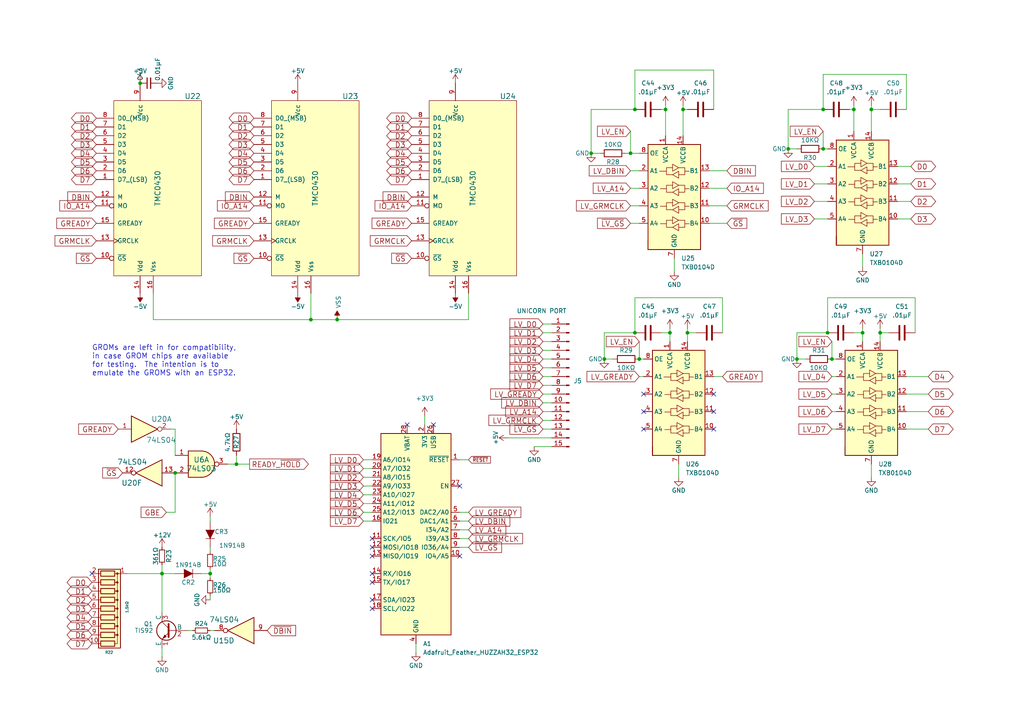
<source format=kicad_sch>
(kicad_sch (version 20211123) (generator eeschema)
  (paper "A4")
  (title_block (title "TI-99/22") (date "2022-06-23") (rev "0.75") (company "Dan Werner - https://github.com/danwerner21/ti99_22") (comment 1 "GROM with Logic") (comment 3 "was based on the HackMac KiCAD Design") (comment 4 "Based Robert Krenicki's design which") (comment 5 "Original - https://github.com/rkrenicki/TI99-Motherboard"))
  (junction (at 247.65 31.75))
  (junction (at 175.26 104.14))
  (junction (at 40.64 24.13))
  (junction (at 60.96 166.37))
  (junction (at 90.17 92.71))
  (junction (at 240.03 96.52))
  (junction (at 250.19 96.52))
  (junction (at 184.15 31.75))
  (junction (at 228.6 43.18))
  (junction (at 194.31 96.52))
  (junction (at 231.14 104.14))
  (junction (at 255.27 96.52))
  (junction (at 199.39 96.52))
  (junction (at 171.45 44.45))
  (junction (at 185.42 104.14))
  (junction (at 198.12 31.75))
  (junction (at 46.99 166.37))
  (junction (at 193.04 31.75))
  (junction (at 97.79 92.71))
  (junction (at 238.76 43.18))
  (junction (at 252.73 31.75))
  (junction (at 182.88 44.45))
  (junction (at 68.58 134.62))
  (junction (at 241.3 104.14))
  (junction (at 50.8 137.16))
  (junction (at 184.15 96.52))
  (junction (at 238.76 31.75))
  (no_connect (at 107.95 168.91))
  (no_connect (at 107.95 176.53))
  (no_connect (at 107.95 173.99))
  (no_connect (at 107.95 158.75))
  (no_connect (at 107.95 166.37))
  (no_connect (at 107.95 161.29))
  (no_connect (at 107.95 156.21))
  (no_connect (at 133.35 161.29))
  (no_connect (at 186.69 114.3))
  (no_connect (at 207.01 114.3))
  (no_connect (at 207.01 119.38))
  (no_connect (at 186.69 119.38))
  (no_connect (at 207.01 124.46))
  (no_connect (at 186.69 124.46))
  (no_connect (at 26.67 166.37))
  (no_connect (at 133.35 140.97))
  (no_connect (at 118.11 123.19))
  (no_connect (at 125.73 123.19))
  (wire (pts (xy 228.6 43.18) (xy 231.14 43.18)))
  (wire (pts (xy 68.58 134.62) (xy 72.39 134.62)))
  (wire (pts (xy 60.96 172.72) (xy 60.96 173.99)))
  (wire (pts (xy 260.35 63.5) (xy 264.16 63.5)))
  (wire (pts (xy 252.73 134.62) (xy 252.73 138.43)))
  (wire (pts (xy 236.22 48.26) (xy 240.03 48.26)))
  (wire (pts (xy 157.48 109.22) (xy 160.02 109.22)))
  (wire (pts (xy 66.04 134.62) (xy 68.58 134.62)))
  (wire (pts (xy 157.48 114.3) (xy 160.02 114.3)))
  (wire (pts (xy 252.73 30.48) (xy 252.73 31.75)))
  (wire (pts (xy 157.48 99.06) (xy 160.02 99.06)))
  (wire (pts (xy 205.74 64.77) (xy 210.82 64.77)))
  (wire (pts (xy 97.79 92.71) (xy 135.89 92.71)))
  (wire (pts (xy 157.48 104.14) (xy 160.02 104.14)))
  (wire (pts (xy 58.42 166.37) (xy 60.96 166.37)))
  (wire (pts (xy 247.65 30.48) (xy 247.65 31.75)))
  (wire (pts (xy 185.42 104.14) (xy 186.69 104.14)))
  (wire (pts (xy 246.38 31.75) (xy 247.65 31.75)))
  (wire (pts (xy 260.35 58.42) (xy 264.16 58.42)))
  (wire (pts (xy 157.48 111.76) (xy 160.02 111.76)))
  (wire (pts (xy 184.15 86.36) (xy 184.15 96.52)))
  (wire (pts (xy 120.65 186.69) (xy 120.65 189.23)))
  (wire (pts (xy 182.88 49.53) (xy 185.42 49.53)))
  (wire (pts (xy 250.19 96.52) (xy 250.19 99.06)))
  (wire (pts (xy 157.48 96.52) (xy 160.02 96.52)))
  (wire (pts (xy 193.04 31.75) (xy 193.04 39.37)))
  (wire (pts (xy 157.48 124.46) (xy 160.02 124.46)))
  (wire (pts (xy 60.96 166.37) (xy 60.96 167.64)))
  (wire (pts (xy 250.19 95.25) (xy 250.19 96.52)))
  (wire (pts (xy 238.76 21.59) (xy 238.76 31.75)))
  (wire (pts (xy 105.41 143.51) (xy 107.95 143.51)))
  (wire (pts (xy 135.89 148.59) (xy 133.35 148.59)))
  (wire (pts (xy 105.41 140.97) (xy 107.95 140.97)))
  (wire (pts (xy 207.01 20.32) (xy 184.15 20.32)))
  (wire (pts (xy 171.45 31.75) (xy 171.45 44.45)))
  (wire (pts (xy 46.99 166.37) (xy 50.8 166.37)))
  (wire (pts (xy 105.41 138.43) (xy 107.95 138.43)))
  (wire (pts (xy 238.76 31.75) (xy 228.6 31.75)))
  (wire (pts (xy 247.65 31.75) (xy 247.65 38.1)))
  (wire (pts (xy 262.89 114.3) (xy 269.24 114.3)))
  (wire (pts (xy 191.77 31.75) (xy 193.04 31.75)))
  (wire (pts (xy 60.96 149.86) (xy 60.96 151.13)))
  (wire (pts (xy 194.31 96.52) (xy 194.31 99.06)))
  (wire (pts (xy 240.03 86.36) (xy 240.03 96.52)))
  (wire (pts (xy 105.41 133.35) (xy 107.95 133.35)))
  (wire (pts (xy 175.26 104.14) (xy 177.8 104.14)))
  (wire (pts (xy 231.14 96.52) (xy 231.14 104.14)))
  (wire (pts (xy 123.19 120.65) (xy 123.19 123.19)))
  (wire (pts (xy 135.89 151.13) (xy 133.35 151.13)))
  (wire (pts (xy 255.27 96.52) (xy 255.27 99.06)))
  (wire (pts (xy 157.48 119.38) (xy 160.02 119.38)))
  (wire (pts (xy 193.04 30.48) (xy 193.04 31.75)))
  (wire (pts (xy 185.42 109.22) (xy 186.69 109.22)))
  (wire (pts (xy 135.89 158.75) (xy 133.35 158.75)))
  (wire (pts (xy 54.61 182.88) (xy 55.88 182.88)))
  (wire (pts (xy 147.32 127) (xy 160.02 127)))
  (wire (pts (xy 205.74 49.53) (xy 210.82 49.53)))
  (wire (pts (xy 182.88 38.1) (xy 182.88 44.45)))
  (wire (pts (xy 236.22 63.5) (xy 240.03 63.5)))
  (wire (pts (xy 195.58 74.93) (xy 195.58 78.74)))
  (wire (pts (xy 36.83 166.37) (xy 46.99 166.37)))
  (wire (pts (xy 50.8 148.59) (xy 48.26 148.59)))
  (wire (pts (xy 252.73 31.75) (xy 255.27 31.75)))
  (wire (pts (xy 205.74 54.61) (xy 210.82 54.61)))
  (wire (pts (xy 241.3 114.3) (xy 242.57 114.3)))
  (wire (pts (xy 49.53 124.46) (xy 50.8 124.46)))
  (wire (pts (xy 105.41 135.89) (xy 107.95 135.89)))
  (wire (pts (xy 236.22 53.34) (xy 240.03 53.34)))
  (wire (pts (xy 209.55 96.52) (xy 209.55 86.36)))
  (wire (pts (xy 105.41 148.59) (xy 107.95 148.59)))
  (wire (pts (xy 250.19 73.66) (xy 250.19 77.47)))
  (wire (pts (xy 175.26 96.52) (xy 175.26 104.14)))
  (wire (pts (xy 265.43 96.52) (xy 265.43 86.36)))
  (wire (pts (xy 262.89 119.38) (xy 269.24 119.38)))
  (wire (pts (xy 241.3 109.22) (xy 242.57 109.22)))
  (wire (pts (xy 255.27 96.52) (xy 257.81 96.52)))
  (wire (pts (xy 198.12 30.48) (xy 198.12 31.75)))
  (wire (pts (xy 181.61 44.45) (xy 182.88 44.45)))
  (wire (pts (xy 50.8 137.16) (xy 50.8 148.59)))
  (wire (pts (xy 46.99 187.96) (xy 46.99 190.5)))
  (wire (pts (xy 46.99 166.37) (xy 46.99 177.8)))
  (wire (pts (xy 198.12 31.75) (xy 198.12 39.37)))
  (wire (pts (xy 265.43 86.36) (xy 240.03 86.36)))
  (wire (pts (xy 209.55 86.36) (xy 184.15 86.36)))
  (wire (pts (xy 184.15 96.52) (xy 175.26 96.52)))
  (wire (pts (xy 185.42 99.06) (xy 185.42 104.14)))
  (wire (pts (xy 241.3 104.14) (xy 242.57 104.14)))
  (wire (pts (xy 238.76 38.1) (xy 238.76 43.18)))
  (wire (pts (xy 182.88 44.45) (xy 185.42 44.45)))
  (wire (pts (xy 255.27 95.25) (xy 255.27 96.52)))
  (wire (pts (xy 182.88 54.61) (xy 185.42 54.61)))
  (wire (pts (xy 240.03 96.52) (xy 231.14 96.52)))
  (wire (pts (xy 199.39 96.52) (xy 199.39 99.06)))
  (wire (pts (xy 171.45 44.45) (xy 173.99 44.45)))
  (wire (pts (xy 205.74 59.69) (xy 210.82 59.69)))
  (wire (pts (xy 90.17 92.71) (xy 97.79 92.71)))
  (wire (pts (xy 238.76 43.18) (xy 240.03 43.18)))
  (wire (pts (xy 157.48 106.68) (xy 160.02 106.68)))
  (wire (pts (xy 44.45 85.09) (xy 44.45 92.71)))
  (wire (pts (xy 154.94 129.54) (xy 160.02 129.54)))
  (wire (pts (xy 260.35 53.34) (xy 264.16 53.34)))
  (wire (pts (xy 262.89 21.59) (xy 238.76 21.59)))
  (wire (pts (xy 262.89 31.75) (xy 262.89 21.59)))
  (wire (pts (xy 157.48 121.92) (xy 160.02 121.92)))
  (wire (pts (xy 157.48 101.6) (xy 160.02 101.6)))
  (wire (pts (xy 241.3 124.46) (xy 242.57 124.46)))
  (wire (pts (xy 196.85 134.62) (xy 196.85 138.43)))
  (wire (pts (xy 46.99 163.83) (xy 46.99 166.37)))
  (wire (pts (xy 262.89 124.46) (xy 269.24 124.46)))
  (wire (pts (xy 207.01 109.22) (xy 209.55 109.22)))
  (wire (pts (xy 68.58 132.08) (xy 68.58 134.62)))
  (wire (pts (xy 133.35 133.35) (xy 135.89 133.35)))
  (wire (pts (xy 157.48 93.98) (xy 160.02 93.98)))
  (wire (pts (xy 182.88 64.77) (xy 185.42 64.77)))
  (wire (pts (xy 199.39 95.25) (xy 199.39 96.52)))
  (wire (pts (xy 198.12 31.75) (xy 199.39 31.75)))
  (wire (pts (xy 60.96 182.88) (xy 62.23 182.88)))
  (wire (pts (xy 135.89 85.09) (xy 135.89 92.71)))
  (wire (pts (xy 236.22 58.42) (xy 240.03 58.42)))
  (wire (pts (xy 207.01 31.75) (xy 207.01 20.32)))
  (wire (pts (xy 260.35 48.26) (xy 264.16 48.26)))
  (wire (pts (xy 44.45 92.71) (xy 90.17 92.71)))
  (wire (pts (xy 135.89 153.67) (xy 133.35 153.67)))
  (wire (pts (xy 90.17 85.09) (xy 90.17 92.71)))
  (wire (pts (xy 241.3 119.38) (xy 242.57 119.38)))
  (wire (pts (xy 231.14 104.14) (xy 233.68 104.14)))
  (wire (pts (xy 252.73 31.75) (xy 252.73 38.1)))
  (wire (pts (xy 105.41 146.05) (xy 107.95 146.05)))
  (wire (pts (xy 135.89 156.21) (xy 133.35 156.21)))
  (wire (pts (xy 50.8 124.46) (xy 50.8 132.08)))
  (wire (pts (xy 194.31 95.25) (xy 194.31 96.52)))
  (wire (pts (xy 60.96 158.75) (xy 60.96 160.02)))
  (wire (pts (xy 199.39 96.52) (xy 201.93 96.52)))
  (wire (pts (xy 184.15 31.75) (xy 171.45 31.75)))
  (wire (pts (xy 228.6 31.75) (xy 228.6 43.18)))
  (wire (pts (xy 157.48 116.84) (xy 160.02 116.84)))
  (wire (pts (xy 105.41 151.13) (xy 107.95 151.13)))
  (wire (pts (xy 262.89 109.22) (xy 269.24 109.22)))
  (wire (pts (xy 241.3 99.06) (xy 241.3 104.14)))
  (wire (pts (xy 184.15 20.32) (xy 184.15 31.75)))
  (wire (pts (xy 247.65 96.52) (xy 250.19 96.52)))
  (wire (pts (xy 60.96 165.1) (xy 60.96 166.37)))
  (wire (pts (xy 191.77 96.52) (xy 194.31 96.52)))
  (wire (pts (xy 182.88 59.69) (xy 185.42 59.69)))
  (text "GROMs are left in for compatibility, \nin case GROM chips are available\nfor testing.  The intention is to\nemulate the GROMS with an ESP32.\n" (at 26.67 109.22 0) (effects (font (size 1.524 1.524)) (justify left bottom)))
  (global_label "D5" (shape bidirectional) (at 26.67 181.61 180) (effects (font (size 1.524 1.524))) (property "Intersheet References" "${INTERSHEET_REFS}" (effects hide)))
  (global_label "LV_D6" (shape input) (at 157.48 109.22 180) (effects (font (size 1.524 1.524))) (property "Intersheet References" "${INTERSHEET_REFS}" (effects hide)))
  (global_label "D5" (shape bidirectional) (at 119.38 46.99 180) (effects (font (size 1.524 1.524))) (property "Intersheet References" "${INTERSHEET_REFS}" (effects hide)))
  (global_label "LV_EN" (shape input) (at 238.76 38.1 180) (effects (font (size 1.524 1.524))) (property "Intersheet References" "${INTERSHEET_REFS}" (effects hide)))
  (global_label "LV_EN" (shape input) (at 182.88 38.1 180) (effects (font (size 1.524 1.524))) (property "Intersheet References" "${INTERSHEET_REFS}" (effects hide)))
  (global_label "D2" (shape bidirectional) (at 27.94 39.37 180) (effects (font (size 1.524 1.524))) (property "Intersheet References" "${INTERSHEET_REFS}" (effects hide)))
  (global_label "D0" (shape bidirectional) (at 264.16 48.26 0) (effects (font (size 1.524 1.524))) (property "Intersheet References" "${INTERSHEET_REFS}" (effects hide)))
  (global_label "LV_D7" (shape input) (at 105.41 151.13 180) (effects (font (size 1.524 1.524))) (property "Intersheet References" "${INTERSHEET_REFS}" (effects hide)))
  (global_label "LV_EN" (shape input) (at 241.3 99.06 180) (effects (font (size 1.524 1.524))) (property "Intersheet References" "${INTERSHEET_REFS}" (effects hide)))
  (global_label "LV_D0" (shape input) (at 157.48 93.98 180) (effects (font (size 1.524 1.524))) (property "Intersheet References" "${INTERSHEET_REFS}" (effects hide)))
  (global_label "D2" (shape bidirectional) (at 26.67 173.99 180) (effects (font (size 1.524 1.524))) (property "Intersheet References" "${INTERSHEET_REFS}" (effects hide)))
  (global_label "LV_D4" (shape input) (at 105.41 143.51 180) (effects (font (size 1.524 1.524))) (property "Intersheet References" "${INTERSHEET_REFS}" (effects hide)))
  (global_label "D0" (shape bidirectional) (at 73.66 34.29 180) (effects (font (size 1.524 1.524))) (property "Intersheet References" "${INTERSHEET_REFS}" (effects hide)))
  (global_label "~{DBIN}" (shape input) (at 77.47 182.88 0) (effects (font (size 1.524 1.524))) (property "Intersheet References" "${INTERSHEET_REFS}" (effects hide)))
  (global_label "LV_D6" (shape input) (at 105.41 148.59 180) (effects (font (size 1.524 1.524))) (property "Intersheet References" "${INTERSHEET_REFS}" (effects hide)))
  (global_label "LV_D5" (shape input) (at 157.48 106.68 180) (effects (font (size 1.524 1.524))) (property "Intersheet References" "${INTERSHEET_REFS}" (effects hide)))
  (global_label "IO_A14" (shape input) (at 119.38 59.69 180) (effects (font (size 1.524 1.524))) (property "Intersheet References" "${INTERSHEET_REFS}" (effects hide)))
  (global_label "D4" (shape bidirectional) (at 27.94 44.45 180) (effects (font (size 1.524 1.524))) (property "Intersheet References" "${INTERSHEET_REFS}" (effects hide)))
  (global_label "D4" (shape bidirectional) (at 73.66 44.45 180) (effects (font (size 1.524 1.524))) (property "Intersheet References" "${INTERSHEET_REFS}" (effects hide)))
  (global_label "LV_D3" (shape input) (at 157.48 101.6 180) (effects (font (size 1.524 1.524))) (property "Intersheet References" "${INTERSHEET_REFS}" (effects hide)))
  (global_label "D1" (shape bidirectional) (at 26.67 171.45 180) (effects (font (size 1.524 1.524))) (property "Intersheet References" "${INTERSHEET_REFS}" (effects hide)))
  (global_label "LV_EN" (shape input) (at 185.42 99.06 180) (effects (font (size 1.524 1.524))) (property "Intersheet References" "${INTERSHEET_REFS}" (effects hide)))
  (global_label "D6" (shape bidirectional) (at 269.24 119.38 0) (effects (font (size 1.524 1.524))) (property "Intersheet References" "${INTERSHEET_REFS}" (effects hide)))
  (global_label "GREADY" (shape input) (at 119.38 64.77 180) (effects (font (size 1.524 1.524))) (property "Intersheet References" "${INTERSHEET_REFS}" (effects hide)))
  (global_label "LV_D5" (shape input) (at 241.3 114.3 180) (effects (font (size 1.524 1.524))) (property "Intersheet References" "${INTERSHEET_REFS}" (effects hide)))
  (global_label "LV_D2" (shape input) (at 236.22 58.42 180) (effects (font (size 1.524 1.524))) (property "Intersheet References" "${INTERSHEET_REFS}" (effects hide)))
  (global_label "D2" (shape bidirectional) (at 119.38 39.37 180) (effects (font (size 1.524 1.524))) (property "Intersheet References" "${INTERSHEET_REFS}" (effects hide)))
  (global_label "~{GS}" (shape input) (at 27.94 74.93 180) (effects (font (size 1.4986 1.4986))) (property "Intersheet References" "${INTERSHEET_REFS}" (effects hide)))
  (global_label "~{LV_GS}" (shape input) (at 157.48 124.46 180) (effects (font (size 1.524 1.524))) (property "Intersheet References" "${INTERSHEET_REFS}" (effects hide)))
  (global_label "D1" (shape bidirectional) (at 27.94 36.83 180) (effects (font (size 1.524 1.524))) (property "Intersheet References" "${INTERSHEET_REFS}" (effects hide)))
  (global_label "D5" (shape bidirectional) (at 27.94 46.99 180) (effects (font (size 1.524 1.524))) (property "Intersheet References" "${INTERSHEET_REFS}" (effects hide)))
  (global_label "LV_D6" (shape input) (at 241.3 119.38 180) (effects (font (size 1.524 1.524))) (property "Intersheet References" "${INTERSHEET_REFS}" (effects hide)))
  (global_label "D7" (shape bidirectional) (at 27.94 52.07 180) (effects (font (size 1.524 1.524))) (property "Intersheet References" "${INTERSHEET_REFS}" (effects hide)))
  (global_label "D4" (shape bidirectional) (at 119.38 44.45 180) (effects (font (size 1.524 1.524))) (property "Intersheet References" "${INTERSHEET_REFS}" (effects hide)))
  (global_label "D7" (shape bidirectional) (at 269.24 124.46 0) (effects (font (size 1.524 1.524))) (property "Intersheet References" "${INTERSHEET_REFS}" (effects hide)))
  (global_label "DBIN" (shape input) (at 27.94 57.15 180) (effects (font (size 1.524 1.524))) (property "Intersheet References" "${INTERSHEET_REFS}" (effects hide)))
  (global_label "D1" (shape bidirectional) (at 73.66 36.83 180) (effects (font (size 1.524 1.524))) (property "Intersheet References" "${INTERSHEET_REFS}" (effects hide)))
  (global_label "D3" (shape bidirectional) (at 26.67 176.53 180) (effects (font (size 1.524 1.524))) (property "Intersheet References" "${INTERSHEET_REFS}" (effects hide)))
  (global_label "LV_GRMCLK" (shape input) (at 157.48 121.92 180) (effects (font (size 1.524 1.524))) (property "Intersheet References" "${INTERSHEET_REFS}" (effects hide)))
  (global_label "IO_A14" (shape input) (at 27.94 59.69 180) (effects (font (size 1.524 1.524))) (property "Intersheet References" "${INTERSHEET_REFS}" (effects hide)))
  (global_label "LV_D2" (shape input) (at 105.41 138.43 180) (effects (font (size 1.524 1.524))) (property "Intersheet References" "${INTERSHEET_REFS}" (effects hide)))
  (global_label "IO_A14" (shape input) (at 210.82 54.61 0) (effects (font (size 1.524 1.524))) (property "Intersheet References" "${INTERSHEET_REFS}" (effects hide)))
  (global_label "D6" (shape bidirectional) (at 73.66 49.53 180) (effects (font (size 1.524 1.524))) (property "Intersheet References" "${INTERSHEET_REFS}" (effects hide)))
  (global_label "LV_DBIN" (shape input) (at 135.89 151.13 0) (effects (font (size 1.524 1.524))) (property "Intersheet References" "${INTERSHEET_REFS}" (effects hide)))
  (global_label "D7" (shape bidirectional) (at 26.67 186.69 180) (effects (font (size 1.524 1.524))) (property "Intersheet References" "${INTERSHEET_REFS}" (effects hide)))
  (global_label "GREADY" (shape input) (at 27.94 64.77 180) (effects (font (size 1.524 1.524))) (property "Intersheet References" "${INTERSHEET_REFS}" (effects hide)))
  (global_label "D1" (shape bidirectional) (at 264.16 53.34 0) (effects (font (size 1.524 1.524))) (property "Intersheet References" "${INTERSHEET_REFS}" (effects hide)))
  (global_label "LV_D3" (shape input) (at 105.41 140.97 180) (effects (font (size 1.524 1.524))) (property "Intersheet References" "${INTERSHEET_REFS}" (effects hide)))
  (global_label "~{GS}" (shape input) (at 210.82 64.77 0) (effects (font (size 1.4986 1.4986))) (property "Intersheet References" "${INTERSHEET_REFS}" (effects hide)))
  (global_label "LV_D1" (shape input) (at 236.22 53.34 180) (effects (font (size 1.524 1.524))) (property "Intersheet References" "${INTERSHEET_REFS}" (effects hide)))
  (global_label "LV_D1" (shape input) (at 157.48 96.52 180) (effects (font (size 1.524 1.524))) (property "Intersheet References" "${INTERSHEET_REFS}" (effects hide)))
  (global_label "~{RESET}" (shape input) (at 135.89 133.35 0) (effects (font (size 0.9906 0.9906))) (property "Intersheet References" "${INTERSHEET_REFS}" (effects hide)))
  (global_label "D6" (shape bidirectional) (at 26.67 184.15 180) (effects (font (size 1.524 1.524))) (property "Intersheet References" "${INTERSHEET_REFS}" (effects hide)))
  (global_label "DBIN" (shape input) (at 73.66 57.15 180) (effects (font (size 1.524 1.524))) (property "Intersheet References" "${INTERSHEET_REFS}" (effects hide)))
  (global_label "~{GS}" (shape input) (at 73.66 74.93 180) (effects (font (size 1.4986 1.4986))) (property "Intersheet References" "${INTERSHEET_REFS}" (effects hide)))
  (global_label "GBE" (shape input) (at 48.26 148.59 180) (effects (font (size 1.524 1.524))) (property "Intersheet References" "${INTERSHEET_REFS}" (effects hide)))
  (global_label "GRMCLK" (shape input) (at 119.38 69.85 180) (effects (font (size 1.524 1.524))) (property "Intersheet References" "${INTERSHEET_REFS}" (effects hide)))
  (global_label "D2" (shape bidirectional) (at 73.66 39.37 180) (effects (font (size 1.524 1.524))) (property "Intersheet References" "${INTERSHEET_REFS}" (effects hide)))
  (global_label "DBIN" (shape input) (at 210.82 49.53 0) (effects (font (size 1.524 1.524))) (property "Intersheet References" "${INTERSHEET_REFS}" (effects hide)))
  (global_label "D4" (shape bidirectional) (at 26.67 179.07 180) (effects (font (size 1.524 1.524))) (property "Intersheet References" "${INTERSHEET_REFS}" (effects hide)))
  (global_label "D5" (shape bidirectional) (at 73.66 46.99 180) (effects (font (size 1.524 1.524))) (property "Intersheet References" "${INTERSHEET_REFS}" (effects hide)))
  (global_label "D3" (shape bidirectional) (at 119.38 41.91 180) (effects (font (size 1.524 1.524))) (property "Intersheet References" "${INTERSHEET_REFS}" (effects hide)))
  (global_label "LV_D7" (shape input) (at 241.3 124.46 180) (effects (font (size 1.524 1.524))) (property "Intersheet References" "${INTERSHEET_REFS}" (effects hide)))
  (global_label "LV_GRMCLK" (shape input) (at 182.88 59.69 180) (effects (font (size 1.524 1.524))) (property "Intersheet References" "${INTERSHEET_REFS}" (effects hide)))
  (global_label "GREADY" (shape input) (at 34.29 124.46 180) (effects (font (size 1.524 1.524))) (property "Intersheet References" "${INTERSHEET_REFS}" (effects hide)))
  (global_label "D6" (shape bidirectional) (at 119.38 49.53 180) (effects (font (size 1.524 1.524))) (property "Intersheet References" "${INTERSHEET_REFS}" (effects hide)))
  (global_label "LV_A14" (shape input) (at 135.89 153.67 0) (effects (font (size 1.524 1.524))) (property "Intersheet References" "${INTERSHEET_REFS}" (effects hide)))
  (global_label "D5" (shape bidirectional) (at 269.24 114.3 0) (effects (font (size 1.524 1.524))) (property "Intersheet References" "${INTERSHEET_REFS}" (effects hide)))
  (global_label "DBIN" (shape input) (at 119.38 57.15 180) (effects (font (size 1.524 1.524))) (property "Intersheet References" "${INTERSHEET_REFS}" (effects hide)))
  (global_label "LV_D0" (shape input) (at 236.22 48.26 180) (effects (font (size 1.524 1.524))) (property "Intersheet References" "${INTERSHEET_REFS}" (effects hide)))
  (global_label "LV_GREADY" (shape input) (at 185.42 109.22 180) (effects (font (size 1.524 1.524))) (property "Intersheet References" "${INTERSHEET_REFS}" (effects hide)))
  (global_label "LV_D0" (shape input) (at 105.41 133.35 180) (effects (font (size 1.524 1.524))) (property "Intersheet References" "${INTERSHEET_REFS}" (effects hide)))
  (global_label "LV_D5" (shape input) (at 105.41 146.05 180) (effects (font (size 1.524 1.524))) (property "Intersheet References" "${INTERSHEET_REFS}" (effects hide)))
  (global_label "GREADY" (shape input) (at 209.55 109.22 0) (effects (font (size 1.524 1.524))) (property "Intersheet References" "${INTERSHEET_REFS}" (effects hide)))
  (global_label "D6" (shape bidirectional) (at 27.94 49.53 180) (effects (font (size 1.524 1.524))) (property "Intersheet References" "${INTERSHEET_REFS}" (effects hide)))
  (global_label "~{GS}" (shape input) (at 119.38 74.93 180) (effects (font (size 1.4986 1.4986))) (property "Intersheet References" "${INTERSHEET_REFS}" (effects hide)))
  (global_label "GRMCLK" (shape input) (at 73.66 69.85 180) (effects (font (size 1.524 1.524))) (property "Intersheet References" "${INTERSHEET_REFS}" (effects hide)))
  (global_label "~{GS}" (shape input) (at 35.56 137.16 180) (effects (font (size 1.4986 1.4986))) (property "Intersheet References" "${INTERSHEET_REFS}" (effects hide)))
  (global_label "D1" (shape bidirectional) (at 119.38 36.83 180) (effects (font (size 1.524 1.524))) (property "Intersheet References" "${INTERSHEET_REFS}" (effects hide)))
  (global_label "LV_D2" (shape input) (at 157.48 99.06 180) (effects (font (size 1.524 1.524))) (property "Intersheet References" "${INTERSHEET_REFS}" (effects hide)))
  (global_label "GRMCLK" (shape input) (at 27.94 69.85 180) (effects (font (size 1.524 1.524))) (property "Intersheet References" "${INTERSHEET_REFS}" (effects hide)))
  (global_label "D4" (shape bidirectional) (at 269.24 109.22 0) (effects (font (size 1.524 1.524))) (property "Intersheet References" "${INTERSHEET_REFS}" (effects hide)))
  (global_label "~{LV_GS}" (shape input) (at 182.88 64.77 180) (effects (font (size 1.524 1.524))) (property "Intersheet References" "${INTERSHEET_REFS}" (effects hide)))
  (global_label "LV_DBIN" (shape input) (at 182.88 49.53 180) (effects (font (size 1.524 1.524))) (property "Intersheet References" "${INTERSHEET_REFS}" (effects hide)))
  (global_label "READY_~{HOLD}" (shape output) (at 72.39 134.62 0) (effects (font (size 1.524 1.524))) (property "Intersheet References" "${INTERSHEET_REFS}" (effects hide)))
  (global_label "GREADY" (shape input) (at 73.66 64.77 180) (effects (font (size 1.524 1.524))) (property "Intersheet References" "${INTERSHEET_REFS}" (effects hide)))
  (global_label "LV_A14" (shape input) (at 182.88 54.61 180) (effects (font (size 1.524 1.524))) (property "Intersheet References" "${INTERSHEET_REFS}" (effects hide)))
  (global_label "D3" (shape bidirectional) (at 264.16 63.5 0) (effects (font (size 1.524 1.524))) (property "Intersheet References" "${INTERSHEET_REFS}" (effects hide)))
  (global_label "LV_DBIN" (shape input) (at 157.48 116.84 180) (effects (font (size 1.524 1.524))) (property "Intersheet References" "${INTERSHEET_REFS}" (effects hide)))
  (global_label "D3" (shape bidirectional) (at 27.94 41.91 180) (effects (font (size 1.524 1.524))) (property "Intersheet References" "${INTERSHEET_REFS}" (effects hide)))
  (global_label "LV_GRMCLK" (shape input) (at 135.89 156.21 0) (effects (font (size 1.524 1.524))) (property "Intersheet References" "${INTERSHEET_REFS}" (effects hide)))
  (global_label "~{LV_GS}" (shape input) (at 135.89 158.75 0) (effects (font (size 1.524 1.524))) (property "Intersheet References" "${INTERSHEET_REFS}" (effects hide)))
  (global_label "LV_D4" (shape input) (at 157.48 104.14 180) (effects (font (size 1.524 1.524))) (property "Intersheet References" "${INTERSHEET_REFS}" (effects hide)))
  (global_label "IO_A14" (shape input) (at 73.66 59.69 180) (effects (font (size 1.524 1.524))) (property "Intersheet References" "${INTERSHEET_REFS}" (effects hide)))
  (global_label "LV_GREADY" (shape input) (at 135.89 148.59 0) (effects (font (size 1.524 1.524))) (property "Intersheet References" "${INTERSHEET_REFS}" (effects hide)))
  (global_label "D0" (shape bidirectional) (at 26.67 168.91 180) (effects (font (size 1.524 1.524))) (property "Intersheet References" "${INTERSHEET_REFS}" (effects hide)))
  (global_label "LV_D4" (shape input) (at 241.3 109.22 180) (effects (font (size 1.524 1.524))) (property "Intersheet References" "${INTERSHEET_REFS}" (effects hide)))
  (global_label "LV_D3" (shape input) (at 236.22 63.5 180) (effects (font (size 1.524 1.524))) (property "Intersheet References" "${INTERSHEET_REFS}" (effects hide)))
  (global_label "D7" (shape bidirectional) (at 119.38 52.07 180) (effects (font (size 1.524 1.524))) (property "Intersheet References" "${INTERSHEET_REFS}" (effects hide)))
  (global_label "GRMCLK" (shape input) (at 210.82 59.69 0) (effects (font (size 1.524 1.524))) (property "Intersheet References" "${INTERSHEET_REFS}" (effects hide)))
  (global_label "D2" (shape bidirectional) (at 264.16 58.42 0) (effects (font (size 1.524 1.524))) (property "Intersheet References" "${INTERSHEET_REFS}" (effects hide)))
  (global_label "D7" (shape bidirectional) (at 73.66 52.07 180) (effects (font (size 1.524 1.524))) (property "Intersheet References" "${INTERSHEET_REFS}" (effects hide)))
  (global_label "D0" (shape bidirectional) (at 27.94 34.29 180) (effects (font (size 1.524 1.524))) (property "Intersheet References" "${INTERSHEET_REFS}" (effects hide)))
  (global_label "LV_D7" (shape input) (at 157.48 111.76 180) (effects (font (size 1.524 1.524))) (property "Intersheet References" "${INTERSHEET_REFS}" (effects hide)))
  (global_label "LV_D1" (shape input) (at 105.41 135.89 180) (effects (font (size 1.524 1.524))) (property "Intersheet References" "${INTERSHEET_REFS}" (effects hide)))
  (global_label "LV_A14" (shape input) (at 157.48 119.38 180) (effects (font (size 1.524 1.524))) (property "Intersheet References" "${INTERSHEET_REFS}" (effects hide)))
  (global_label "D3" (shape bidirectional) (at 73.66 41.91 180) (effects (font (size 1.524 1.524))) (property "Intersheet References" "${INTERSHEET_REFS}" (effects hide)))
  (global_label "LV_GREADY" (shape input) (at 157.48 114.3 180) (effects (font (size 1.524 1.524))) (property "Intersheet References" "${INTERSHEET_REFS}" (effects hide)))
  (global_label "D0" (shape bidirectional) (at 119.38 34.29 180) (effects (font (size 1.524 1.524))) (property "Intersheet References" "${INTERSHEET_REFS}" (effects hide)))
  (symbol (lib_id "TI-Customs:TMC0430") (at 45.72 54.61 0) (unit 1)
    (property "Reference" "U22" (at 55.88 27.94 0) (effects (font (size 1.524 1.524))))
    (property "Value" "TMC0430" (at 45.72 54.61 90) (effects (font (size 1.524 1.524))))
    (property "Footprint" "Package_DIP:DIP-16_W7.62mm_Socket_LongPads" (effects hide))
  )
  (symbol (lib_id "TI-Customs:TMC0430") (at 91.44 54.61 0) (unit 1)
    (property "Reference" "U23" (at 101.6 27.94 0) (effects (font (size 1.524 1.524))))
    (property "Value" "TMC0430" (at 91.44 54.61 90) (effects (font (size 1.524 1.524))))
    (property "Footprint" "Package_DIP:DIP-16_W7.62mm_Socket_LongPads" (effects hide))
  )
  (symbol (lib_id "TI-Customs:TMC0430") (at 137.16 54.61 0) (unit 1)
    (property "Reference" "U24" (at 147.32 27.94 0) (effects (font (size 1.524 1.524))))
    (property "Value" "TMC0430" (at 137.16 54.61 90) (effects (font (size 1.524 1.524))))
    (property "Footprint" "Package_DIP:DIP-16_W7.62mm_Socket_LongPads" (effects hide))
  )
  (symbol (lib_id "Console-rescue:+5V") (at 40.64 24.13 0) (unit 1)
    (property "Reference" "#PWR066" (effects hide))
    (property "Value" "+5V" (at 40.64 20.574 0))
  )
  (symbol (lib_id "Console-rescue:+5V") (at 86.36 24.13 0) (unit 1)
    (property "Reference" "#PWR074" (effects hide))
    (property "Value" "+5V" (at 86.36 20.574 0))
  )
  (symbol (lib_id "Console-rescue:+5V") (at 132.08 24.13 0) (unit 1)
    (property "Reference" "#PWR079" (effects hide))
    (property "Value" "+5V" (at 132.08 20.574 0))
  )
  (symbol (lib_id "Console-rescue:-5V") (at 40.64 85.09 180) (unit 1)
    (property "Reference" "#PWR067" (effects hide))
    (property "Value" "-5V" (at 40.64 88.9 0))
  )
  (symbol (lib_id "Console-rescue:-5V") (at 86.36 85.09 180) (unit 1)
    (property "Reference" "#PWR075" (effects hide))
    (property "Value" "-5V" (at 86.36 88.9 0))
  )
  (symbol (lib_id "Console-rescue:-5V") (at 132.08 85.09 180) (unit 1)
    (property "Reference" "#PWR080" (effects hide))
    (property "Value" "-5V" (at 132.08 88.9 0))
  )
  (symbol (lib_id "TI-Customs:C_Small") (at 43.18 24.13 90) (unit 1)
    (property "Reference" "C43" (at 40.64 23.495 0) (effects (justify left)))
    (property "Value" "0.01µF" (at 45.72 23.495 0) (effects (justify left)))
    (property "Footprint" "Capacitor_THT:C_Rect_L7.0mm_W2.0mm_P5.00mm" (effects hide))
  )
  (symbol (lib_id "Console-rescue:GND") (at 45.72 24.13 90) (unit 1)
    (property "Reference" "#PWR068" (effects hide))
    (property "Value" "GND" (at 49.53 24.13 0))
  )
  (symbol (lib_id "Console-rescue:R") (at 68.58 128.27 0) (unit 1)
    (property "Reference" "R27" (at 68.58 128.27 90))
    (property "Value" "4.7kΩ" (at 66.04 128.27 90))
    (property "Footprint" "Resistor_THT:R_Axial_DIN0207_L6.3mm_D2.5mm_P7.62mm_Horizontal" (effects hide))
  )
  (symbol (lib_id "Console-rescue:+5V") (at 68.58 124.46 0) (unit 1)
    (property "Reference" "#PWR073" (effects hide))
    (property "Value" "+5V" (at 68.58 120.904 0))
  )
  (symbol (lib_id "74xx:74LS04") (at 41.91 124.46 0) (unit 1)
    (property "Reference" "U20" (at 46.863 121.539 0) (effects (font (size 1.524 1.524))))
    (property "Value" "74LS04" (at 46.736 127.635 0) (effects (font (size 1.524 1.524))))
    (property "Footprint" "Package_DIP:DIP-14_W7.62mm_Socket_LongPads" (effects hide))
  )
  (symbol (lib_id "Device:R_Network09") (at 31.75 176.53 270) (unit 1)
    (property "Reference" "R22" (at 30.48 189.23 90) (effects (font (size 0.762 0.762)) (justify left)))
    (property "Value" "1.5kΩ" (at 36.83 177.8 0) (effects (font (size 0.762 0.762)) (justify right)))
    (property "Footprint" "Resistor_THT:R_Array_SIP10" (effects hide))
  )
  (symbol (lib_id "Console-rescue:+12V") (at 46.99 158.75 0) (unit 1)
    (property "Reference" "#PWR069" (effects hide))
    (property "Value" "+12V" (at 46.99 155.194 0))
  )
  (symbol (lib_id "Console-rescue:R_Small") (at 46.99 161.29 180) (unit 1)
    (property "Reference" "R23" (at 48.26 161.29 90) (effects (justify bottom)))
    (property "Value" "361Ω" (at 44.45 161.29 90) (effects (justify bottom)))
    (property "Footprint" "Resistor_THT:R_Axial_DIN0207_L6.3mm_D2.5mm_P7.62mm_Horizontal" (effects hide))
  )
  (symbol (lib_id "Console-rescue:S8050") (at 49.53 182.88 0) (mirror y) (unit 1)
    (property "Reference" "Q1" (at 44.45 180.975 0) (effects (justify left)))
    (property "Value" "TIS92" (at 44.45 182.88 0) (effects (justify left)))
    (property "Footprint" "Package_TO_SOT_THT:TO-92_HandSolder" (effects hide))
  )
  (symbol (lib_id "74xx:74LS04") (at 69.85 182.88 180) (unit 4)
    (property "Reference" "U15" (at 64.897 185.801 0) (effects (font (size 1.524 1.524))))
    (property "Value" "74LS04" (at 65.024 179.705 0) (effects (font (size 1.524 1.524))))
    (property "Footprint" "Package_DIP:DIP-14_W7.62mm_Socket_LongPads" (effects hide))
  )
  (symbol (lib_id "Console-rescue:R_Small") (at 58.42 182.88 270) (unit 1)
    (property "Reference" "R24" (at 58.42 181.61 90) (effects (justify bottom)))
    (property "Value" "5.6kΩ" (at 58.42 184.15 90) (effects (justify top)))
    (property "Footprint" "Resistor_THT:R_Axial_DIN0207_L6.3mm_D2.5mm_P7.62mm_Horizontal" (effects hide))
  )
  (symbol (lib_id "Console-rescue:GND") (at 46.99 190.5 0) (unit 1)
    (property "Reference" "#PWR070" (effects hide))
    (property "Value" "GND" (at 46.99 194.31 0))
  )
  (symbol (lib_id "Console-rescue:D") (at 54.61 166.37 180) (unit 1)
    (property "Reference" "CR2" (at 54.61 168.91 0))
    (property "Value" "1N914B" (at 54.61 163.83 0))
    (property "Footprint" "Diode_THT:D_A-405_P7.62mm_Horizontal" (effects hide))
  )
  (symbol (lib_id "Console-rescue:R_Small") (at 60.96 170.18 0) (unit 1)
    (property "Reference" "R26" (at 61.722 169.672 0) (effects (justify left)))
    (property "Value" "150Ω" (at 61.722 171.196 0) (effects (justify left)))
    (property "Footprint" "Resistor_THT:R_Axial_DIN0207_L6.3mm_D2.5mm_P7.62mm_Horizontal" (effects hide))
  )
  (symbol (lib_id "Console-rescue:GND") (at 60.96 173.99 270) (unit 1)
    (property "Reference" "#PWR072" (effects hide))
    (property "Value" "GND" (at 57.15 173.99 0))
  )
  (symbol (lib_id "Console-rescue:R_Small") (at 60.96 162.56 0) (unit 1)
    (property "Reference" "R25" (at 61.722 162.052 0) (effects (justify left)))
    (property "Value" "10Ω" (at 61.722 163.576 0) (effects (justify left)))
    (property "Footprint" "Resistor_THT:R_Axial_DIN0207_L6.3mm_D2.5mm_P7.62mm_Horizontal" (effects hide))
  )
  (symbol (lib_id "Console-rescue:D") (at 60.96 154.94 90) (unit 1)
    (property "Reference" "CR3" (at 62.23 154.94 90) (effects (justify right top)))
    (property "Value" "1N914B" (at 63.5 157.48 90) (effects (justify right bottom)))
    (property "Footprint" "Diode_THT:D_A-405_P7.62mm_Horizontal" (effects hide))
  )
  (symbol (lib_id "Console-rescue:+5V") (at 60.96 149.86 0) (unit 1)
    (property "Reference" "#PWR071" (effects hide))
    (property "Value" "+5V" (at 60.96 146.304 0))
  )
  (symbol (lib_id "74xx:74LS04") (at 43.18 137.16 180) (unit 6)
    (property "Reference" "U20" (at 38.227 140.081 0) (effects (font (size 1.524 1.524))))
    (property "Value" "74LS04" (at 38.354 133.985 0) (effects (font (size 1.524 1.524))))
    (property "Footprint" "Package_DIP:DIP-14_W7.62mm_Socket_LongPads" (effects hide))
  )
  (symbol (lib_id "74xx:74LS03") (at 58.42 134.62 0) (unit 1)
    (property "Reference" "U6" (at 58.42 133.35 0) (effects (font (size 1.524 1.524))))
    (property "Value" "74LS03" (at 58.42 135.89 0) (effects (font (size 1.524 1.524))))
    (property "Footprint" "Package_DIP:DIP-14_W7.62mm_Socket_LongPads" (effects hide))
  )
  (symbol (lib_id "Device:C") (at 261.62 96.52 90) (unit 1)
    (property "Reference" "C51" (at 261.62 88.9 90))
    (property "Value" ".01µF" (at 261.62 91.44 90))
    (property "Footprint" "Capacitor_THT:C_Rect_L7.0mm_W2.0mm_P5.00mm" (effects hide))
  )
  (symbol (lib_id "Console-rescue:GND") (at 252.73 138.43 0) (unit 1)
    (property "Reference" "#PWR097" (effects hide))
    (property "Value" "GND" (at 252.73 142.24 0))
  )
  (symbol (lib_id "Device:C") (at 205.74 96.52 90) (unit 1)
    (property "Reference" "C47" (at 205.74 88.9 90))
    (property "Value" ".01µF" (at 205.74 91.44 90))
    (property "Footprint" "Capacitor_THT:C_Rect_L7.0mm_W2.0mm_P5.00mm" (effects hide))
  )
  (symbol (lib_id "power:+3.3V") (at 250.19 95.25 0) (unit 1)
    (property "Reference" "#PWR095" (effects hide))
    (property "Value" "+3.3V" (at 250.19 90.17 0))
  )
  (symbol (lib_id "power:+3.3V") (at 194.31 95.25 0) (unit 1)
    (property "Reference" "#PWR086" (effects hide))
    (property "Value" "+3.3V" (at 194.31 90.17 0))
  )
  (symbol (lib_id "Device:R") (at 177.8 44.45 90) (unit 1)
    (property "Reference" "R28" (at 177.8 46.99 90))
    (property "Value" "10KΩ" (at 177.8 41.91 90))
    (property "Footprint" "Resistor_THT:R_Axial_DIN0207_L6.3mm_D2.5mm_P7.62mm_Horizontal" (effects hide))
  )
  (symbol (lib_id "Console-rescue:GND") (at 175.26 104.14 0) (unit 1)
    (property "Reference" "#PWR084" (effects hide))
    (property "Value" "GND" (at 172.72 104.14 0))
  )
  (symbol (lib_id "Console-rescue:+5V") (at 147.32 127 90) (unit 1)
    (property "Reference" "#PWR081" (effects hide))
    (property "Value" "+5V" (at 143.764 127 0))
  )
  (symbol (lib_id "power:+3.3V") (at 193.04 30.48 0) (unit 1)
    (property "Reference" "#PWR085" (effects hide))
    (property "Value" "+3.3V" (at 193.04 25.4 0))
  )
  (symbol (lib_id "Console-rescue:GND") (at 250.19 77.47 0) (unit 1)
    (property "Reference" "#PWR094" (effects hide))
    (property "Value" "GND" (at 250.19 81.28 0))
  )
  (symbol (lib_id "Console-rescue:GND") (at 228.6 43.18 0) (unit 1)
    (property "Reference" "#PWR091" (effects hide))
    (property "Value" "GND" (at 226.06 43.18 0))
  )
  (symbol (lib_id "Console-rescue:+5V") (at 252.73 30.48 0) (unit 1)
    (property "Reference" "#PWR096" (effects hide))
    (property "Value" "+5V" (at 252.73 26.924 0))
  )
  (symbol (lib_id "Logic_LevelTranslator:TXB0104D") (at 195.58 57.15 0) (unit 1)
    (property "Reference" "U25" (at 197.5994 74.93 0) (effects (justify left)))
    (property "Value" "TXB0104D" (at 197.5994 77.47 0) (effects (justify left)))
    (property "Footprint" "Package_SO:SOIC-14_3.9x8.7mm_P1.27mm" (effects hide))
    (property "Datasheet" "http://www.ti.com/lit/ds/symlink/txb0104.pdf" (effects hide))
  )
  (symbol (lib_id "Device:C") (at 242.57 31.75 90) (unit 1)
    (property "Reference" "C48" (at 242.57 24.13 90))
    (property "Value" ".01µF" (at 242.57 26.67 90))
    (property "Footprint" "Capacitor_THT:C_Rect_L7.0mm_W2.0mm_P5.00mm" (effects hide))
  )
  (symbol (lib_id "Connector:Conn_01x15_Male") (at 165.1 111.76 0) (mirror y) (unit 1)
    (property "Reference" "J5" (at 166.37 110.4899 0) (effects (justify right)))
    (property "Value" "UNICORN PORT" (at 149.86 90.17 0) (effects (justify right)))
    (property "Footprint" "Connector_PinHeader_2.54mm:PinHeader_1x15_P2.54mm_Vertical" (effects hide))
  )
  (symbol (lib_id "Console-rescue:GND") (at 231.14 104.14 0) (unit 1)
    (property "Reference" "#PWR092" (effects hide))
    (property "Value" "GND" (at 228.6 104.14 0))
  )
  (symbol (lib_id "Device:C") (at 259.08 31.75 90) (unit 1)
    (property "Reference" "C50" (at 259.08 24.13 90))
    (property "Value" ".01µF" (at 259.08 26.67 90))
    (property "Footprint" "Capacitor_THT:C_Rect_L7.0mm_W2.0mm_P5.00mm" (effects hide))
  )
  (symbol (lib_id "Device:C") (at 243.84 96.52 90) (unit 1)
    (property "Reference" "C49" (at 243.84 88.9 90))
    (property "Value" ".01µF" (at 243.84 91.44 90))
    (property "Footprint" "Capacitor_THT:C_Rect_L7.0mm_W2.0mm_P5.00mm" (effects hide))
  )
  (symbol (lib_id "Device:C") (at 187.96 31.75 90) (unit 1)
    (property "Reference" "C44" (at 187.96 24.13 90))
    (property "Value" ".01µF" (at 187.96 26.67 90))
    (property "Footprint" "Capacitor_THT:C_Rect_L7.0mm_W2.0mm_P5.00mm" (effects hide))
  )
  (symbol (lib_id "Device:C") (at 203.2 31.75 90) (unit 1)
    (property "Reference" "C46" (at 203.2 24.13 90))
    (property "Value" ".01µF" (at 203.2 26.67 90))
    (property "Footprint" "Capacitor_THT:C_Rect_L7.0mm_W2.0mm_P5.00mm" (effects hide))
  )
  (symbol (lib_id "Console-rescue:+5V") (at 255.27 95.25 0) (unit 1)
    (property "Reference" "#PWR098" (effects hide))
    (property "Value" "+5V" (at 255.27 91.694 0))
  )
  (symbol (lib_id "Console-rescue:GND") (at 195.58 78.74 0) (unit 1)
    (property "Reference" "#PWR087" (effects hide))
    (property "Value" "GND" (at 195.58 82.55 0))
  )
  (symbol (lib_id "Device:R") (at 234.95 43.18 90) (unit 1)
    (property "Reference" "R30" (at 234.95 45.72 90))
    (property "Value" "10KΩ" (at 234.95 40.64 90))
    (property "Footprint" "Resistor_THT:R_Axial_DIN0207_L6.3mm_D2.5mm_P7.62mm_Horizontal" (effects hide))
  )
  (symbol (lib_id "Logic_LevelTranslator:TXB0104D") (at 252.73 116.84 0) (unit 1)
    (property "Reference" "U28" (at 254.7494 134.62 0) (effects (justify left)))
    (property "Value" "TXB0104D" (at 254.7494 137.16 0) (effects (justify left)))
    (property "Footprint" "Package_SO:SOIC-14_3.9x8.7mm_P1.27mm" (effects hide))
    (property "Datasheet" "http://www.ti.com/lit/ds/symlink/txb0104.pdf" (effects hide))
  )
  (symbol (lib_id "Console-rescue:GND") (at 154.94 129.54 0) (unit 1)
    (property "Reference" "#PWR082" (effects hide))
    (property "Value" "GND" (at 154.94 133.35 0))
  )
  (symbol (lib_id "power:+3.3V") (at 123.19 120.65 0) (unit 1)
    (property "Reference" "#PWR078" (effects hide))
    (property "Value" "+3.3V" (at 123.19 115.57 0))
  )
  (symbol (lib_id "Console-rescue:+5V") (at 199.39 95.25 0) (unit 1)
    (property "Reference" "#PWR090" (effects hide))
    (property "Value" "+5V" (at 199.39 91.694 0))
  )
  (symbol (lib_id "Device:R") (at 181.61 104.14 90) (unit 1)
    (property "Reference" "R29" (at 181.61 101.6 90))
    (property "Value" "10KΩ" (at 181.61 106.68 90))
    (property "Footprint" "Resistor_THT:R_Axial_DIN0207_L6.3mm_D2.5mm_P7.62mm_Horizontal" (effects hide))
  )
  (symbol (lib_id "Console-rescue:GND") (at 196.85 138.43 0) (unit 1)
    (property "Reference" "#PWR088" (effects hide))
    (property "Value" "GND" (at 196.85 142.24 0))
  )
  (symbol (lib_id "Device:R") (at 237.49 104.14 90) (unit 1)
    (property "Reference" "R31" (at 237.49 101.6 90))
    (property "Value" "10KΩ" (at 237.49 106.68 90))
    (property "Footprint" "Resistor_THT:R_Axial_DIN0207_L6.3mm_D2.5mm_P7.62mm_Horizontal" (effects hide))
  )
  (symbol (lib_id "Console-rescue:+5V") (at 198.12 30.48 0) (unit 1)
    (property "Reference" "#PWR089" (effects hide))
    (property "Value" "+5V" (at 198.12 26.924 0))
  )
  (symbol (lib_id "Device:C") (at 187.96 96.52 90) (unit 1)
    (property "Reference" "C45" (at 187.96 88.9 90))
    (property "Value" ".01µF" (at 187.96 91.44 90))
    (property "Footprint" "Capacitor_THT:C_Rect_L7.0mm_W2.0mm_P5.00mm" (effects hide))
  )
  (symbol (lib_id "Logic_LevelTranslator:TXB0104D") (at 196.85 116.84 0) (unit 1)
    (property "Reference" "U26" (at 198.8694 134.62 0) (effects (justify left)))
    (property "Value" "TXB0104D" (at 198.8694 137.16 0) (effects (justify left)))
    (property "Footprint" "Package_SO:SOIC-14_3.9x8.7mm_P1.27mm" (effects hide))
    (property "Datasheet" "http://www.ti.com/lit/ds/symlink/txb0104.pdf" (effects hide))
  )
  (symbol (lib_id "Logic_LevelTranslator:TXB0104D") (at 250.19 55.88 0) (unit 1)
    (property "Reference" "U27" (at 252.2094 73.66 0) (effects (justify left)))
    (property "Value" "TXB0104D" (at 252.2094 76.2 0) (effects (justify left)))
    (property "Footprint" "Package_SO:SOIC-14_3.9x8.7mm_P1.27mm" (effects hide))
    (property "Datasheet" "http://www.ti.com/lit/ds/symlink/txb0104.pdf" (effects hide))
  )
  (symbol (lib_id "power:+3.3V") (at 247.65 30.48 0) (unit 1)
    (property "Reference" "#PWR093" (effects hide))
    (property "Value" "+3.3V" (at 247.65 25.4 0))
  )
  (symbol (lib_id "Console-rescue:GND") (at 120.65 189.23 0) (unit 1)
    (property "Reference" "#PWR077" (effects hide))
    (property "Value" "GND" (at 120.65 193.04 0))
  )
  (symbol (lib_id "power:VSS") (at 97.79 92.71 0) (unit 1)
    (property "Reference" "#PWR076" (effects hide))
    (property "Value" "VSS" (at 98.171 89.4588 90) (effects (justify left)))
  )
  (symbol (lib_id "Console-rescue:GND") (at 171.45 44.45 0) (unit 1)
    (property "Reference" "#PWR083" (effects hide))
    (property "Value" "GND" (at 168.91 44.45 0))
  )
  (symbol (lib_id "MCU_Module:Adafruit_Feather_HUZZAH32_ESP32") (at 120.65 153.67 0) (unit 1)
    (property "Reference" "A1" (at 122.6694 186.69 0) (effects (justify left)))
    (property "Value" "Adafruit_Feather_HUZZAH32_ESP32" (at 122.6694 189.23 0) (effects (justify left)))
    (property "Footprint" "Module:Adafruit_Feather" (effects hide))
    (property "Datasheet" "https://cdn-learn.adafruit.com/downloads/pdf/adafruit-huzzah32-esp32-feather.pdf" (effects hide))
  )
)
</source>
